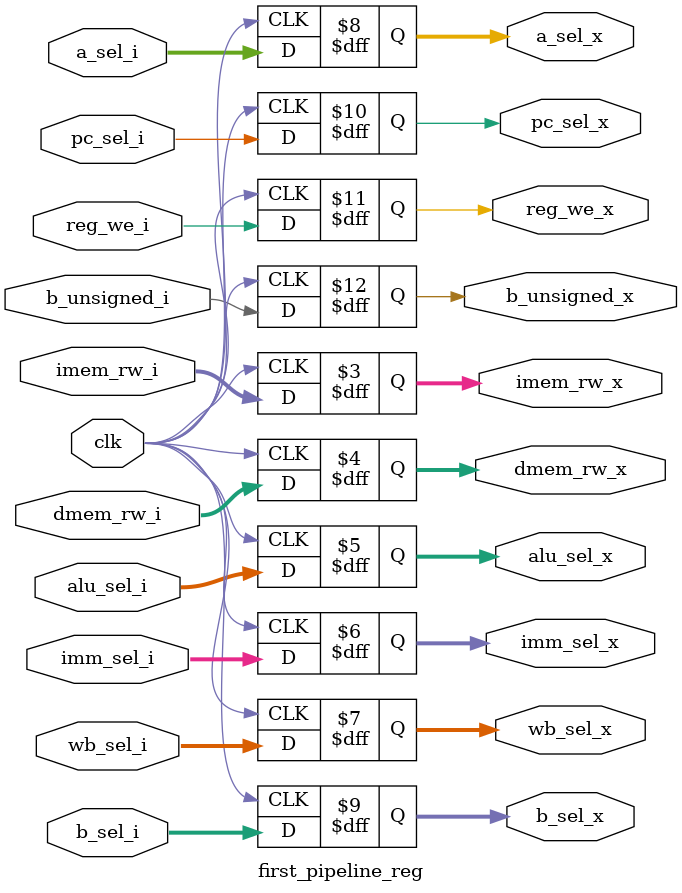
<source format=v>
module first_pipeline_reg(clk, imem_rw_i, dmem_rw_i, reg_we_i, wb_sel_i, pc_sel_i,
                               imm_sel_i, alu_sel_i, a_sel_i, b_sel_i, b_unsigned_i,
                               imem_rw_x, dmem_rw_x, reg_we_x, wb_sel_x, pc_sel_x,
                               imm_sel_x, alu_sel_x, a_sel_x, b_sel_x, b_unsigned_x);

    input [3:0] imem_rw_i, dmem_rw_i, alu_sel_i; 
    input [2:0] imm_sel_i;
    input [1:0] wb_sel_i, a_sel_i, b_sel_i;
    input pc_sel_i, reg_we_i, clk, b_unsigned_i;

    output reg [3:0] imem_rw_x, dmem_rw_x, alu_sel_x; 
    output reg [2:0] imm_sel_x;
    output reg [1:0] wb_sel_x, a_sel_x, b_sel_x;
    output reg pc_sel_x, reg_we_x, b_unsigned_x;
    initial begin
        pc_sel_x = 1'b0;
        imem_rw_x = 4'd0;
        dmem_rw_x = 4'd0;   
        wb_sel_x = 2'd1;     
        reg_we_x = 1'd0;
        alu_sel_x = 4'd0;
        imm_sel_x = 3'd0;
        a_sel_x = 2'd0;
        b_sel_x = 2'd0;
        b_unsigned_x = 1'd0;
    end
        
    always @(posedge clk) begin
        pc_sel_x <= pc_sel_i;
        imem_rw_x <= imem_rw_i;
        dmem_rw_x <= dmem_rw_i;   
        wb_sel_x <= wb_sel_i;     
        reg_we_x <= reg_we_i;
        alu_sel_x <= alu_sel_i;
        imm_sel_x <= imm_sel_i;
        a_sel_x <= a_sel_i;
        b_sel_x <= b_sel_i;
        b_unsigned_x <= b_unsigned_i;
    end


endmodule // REGISTER

</source>
